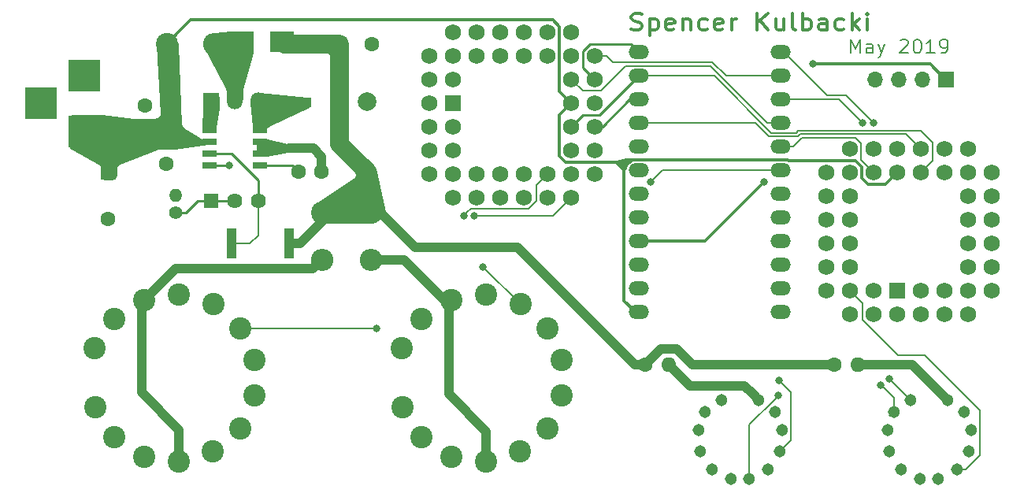
<source format=gtl>
G04 #@! TF.GenerationSoftware,KiCad,Pcbnew,(5.1.0)-1*
G04 #@! TF.CreationDate,2019-05-08T22:47:30-04:00*
G04 #@! TF.ProjectId,NixieClock,4e697869-6543-46c6-9f63-6b2e6b696361,rev?*
G04 #@! TF.SameCoordinates,Original*
G04 #@! TF.FileFunction,Copper,L1,Top*
G04 #@! TF.FilePolarity,Positive*
%FSLAX46Y46*%
G04 Gerber Fmt 4.6, Leading zero omitted, Abs format (unit mm)*
G04 Created by KiCad (PCBNEW (5.1.0)-1) date 2019-05-08 22:47:30*
%MOMM*%
%LPD*%
G04 APERTURE LIST*
%ADD10C,0.150000*%
%ADD11C,0.300000*%
%ADD12R,1.600000X1.600000*%
%ADD13C,1.600000*%
%ADD14R,3.500000X3.500000*%
%ADD15O,2.199640X1.501140*%
%ADD16R,1.750000X1.750000*%
%ADD17C,1.750000*%
%ADD18C,1.305560*%
%ADD19C,2.397760*%
%ADD20R,2.500000X2.300000*%
%ADD21R,1.000000X3.200000*%
%ADD22R,1.700000X1.700000*%
%ADD23O,1.700000X1.700000*%
%ADD24O,2.400000X2.400000*%
%ADD25C,2.400000*%
%ADD26O,1.600000X1.600000*%
%ADD27C,2.000000*%
%ADD28R,1.800000X1.800000*%
%ADD29O,1.800000X1.800000*%
%ADD30R,2.500000X1.000000*%
%ADD31C,1.400000*%
%ADD32O,1.400000X1.400000*%
%ADD33R,1.620000X1.620000*%
%ADD34C,1.620000*%
%ADD35R,1.525000X0.650000*%
%ADD36C,0.800000*%
%ADD37C,1.000000*%
%ADD38C,0.350000*%
%ADD39C,0.250000*%
%ADD40C,2.000000*%
%ADD41C,1.800000*%
%ADD42C,0.200000*%
%ADD43C,0.254000*%
G04 APERTURE END LIST*
D10*
X157952928Y-53955071D02*
X157952928Y-52455071D01*
X158452928Y-53526500D01*
X158952928Y-52455071D01*
X158952928Y-53955071D01*
X160310071Y-53955071D02*
X160310071Y-53169357D01*
X160238642Y-53026500D01*
X160095785Y-52955071D01*
X159810071Y-52955071D01*
X159667214Y-53026500D01*
X160310071Y-53883642D02*
X160167214Y-53955071D01*
X159810071Y-53955071D01*
X159667214Y-53883642D01*
X159595785Y-53740785D01*
X159595785Y-53597928D01*
X159667214Y-53455071D01*
X159810071Y-53383642D01*
X160167214Y-53383642D01*
X160310071Y-53312214D01*
X160881500Y-52955071D02*
X161238642Y-53955071D01*
X161595785Y-52955071D02*
X161238642Y-53955071D01*
X161095785Y-54312214D01*
X161024357Y-54383642D01*
X160881500Y-54455071D01*
X163238642Y-52597928D02*
X163310071Y-52526500D01*
X163452928Y-52455071D01*
X163810071Y-52455071D01*
X163952928Y-52526500D01*
X164024357Y-52597928D01*
X164095785Y-52740785D01*
X164095785Y-52883642D01*
X164024357Y-53097928D01*
X163167214Y-53955071D01*
X164095785Y-53955071D01*
X165024357Y-52455071D02*
X165167214Y-52455071D01*
X165310071Y-52526500D01*
X165381500Y-52597928D01*
X165452928Y-52740785D01*
X165524357Y-53026500D01*
X165524357Y-53383642D01*
X165452928Y-53669357D01*
X165381500Y-53812214D01*
X165310071Y-53883642D01*
X165167214Y-53955071D01*
X165024357Y-53955071D01*
X164881500Y-53883642D01*
X164810071Y-53812214D01*
X164738642Y-53669357D01*
X164667214Y-53383642D01*
X164667214Y-53026500D01*
X164738642Y-52740785D01*
X164810071Y-52597928D01*
X164881500Y-52526500D01*
X165024357Y-52455071D01*
X166952928Y-53955071D02*
X166095785Y-53955071D01*
X166524357Y-53955071D02*
X166524357Y-52455071D01*
X166381500Y-52669357D01*
X166238642Y-52812214D01*
X166095785Y-52883642D01*
X167667214Y-53955071D02*
X167952928Y-53955071D01*
X168095785Y-53883642D01*
X168167214Y-53812214D01*
X168310071Y-53597928D01*
X168381500Y-53312214D01*
X168381500Y-52740785D01*
X168310071Y-52597928D01*
X168238642Y-52526500D01*
X168095785Y-52455071D01*
X167810071Y-52455071D01*
X167667214Y-52526500D01*
X167595785Y-52597928D01*
X167524357Y-52740785D01*
X167524357Y-53097928D01*
X167595785Y-53240785D01*
X167667214Y-53312214D01*
X167810071Y-53383642D01*
X168095785Y-53383642D01*
X168238642Y-53312214D01*
X168310071Y-53240785D01*
X168381500Y-53097928D01*
D11*
X134351714Y-51401571D02*
X134637428Y-51487285D01*
X135113619Y-51487285D01*
X135304095Y-51401571D01*
X135399333Y-51315857D01*
X135494571Y-51144428D01*
X135494571Y-50973000D01*
X135399333Y-50801571D01*
X135304095Y-50715857D01*
X135113619Y-50630142D01*
X134732666Y-50544428D01*
X134542190Y-50458714D01*
X134446952Y-50373000D01*
X134351714Y-50201571D01*
X134351714Y-50030142D01*
X134446952Y-49858714D01*
X134542190Y-49773000D01*
X134732666Y-49687285D01*
X135208857Y-49687285D01*
X135494571Y-49773000D01*
X136351714Y-50287285D02*
X136351714Y-52087285D01*
X136351714Y-50373000D02*
X136542190Y-50287285D01*
X136923142Y-50287285D01*
X137113619Y-50373000D01*
X137208857Y-50458714D01*
X137304095Y-50630142D01*
X137304095Y-51144428D01*
X137208857Y-51315857D01*
X137113619Y-51401571D01*
X136923142Y-51487285D01*
X136542190Y-51487285D01*
X136351714Y-51401571D01*
X138923142Y-51401571D02*
X138732666Y-51487285D01*
X138351714Y-51487285D01*
X138161238Y-51401571D01*
X138066000Y-51230142D01*
X138066000Y-50544428D01*
X138161238Y-50373000D01*
X138351714Y-50287285D01*
X138732666Y-50287285D01*
X138923142Y-50373000D01*
X139018380Y-50544428D01*
X139018380Y-50715857D01*
X138066000Y-50887285D01*
X139875523Y-50287285D02*
X139875523Y-51487285D01*
X139875523Y-50458714D02*
X139970761Y-50373000D01*
X140161238Y-50287285D01*
X140446952Y-50287285D01*
X140637428Y-50373000D01*
X140732666Y-50544428D01*
X140732666Y-51487285D01*
X142542190Y-51401571D02*
X142351714Y-51487285D01*
X141970761Y-51487285D01*
X141780285Y-51401571D01*
X141685047Y-51315857D01*
X141589809Y-51144428D01*
X141589809Y-50630142D01*
X141685047Y-50458714D01*
X141780285Y-50373000D01*
X141970761Y-50287285D01*
X142351714Y-50287285D01*
X142542190Y-50373000D01*
X144161238Y-51401571D02*
X143970761Y-51487285D01*
X143589809Y-51487285D01*
X143399333Y-51401571D01*
X143304095Y-51230142D01*
X143304095Y-50544428D01*
X143399333Y-50373000D01*
X143589809Y-50287285D01*
X143970761Y-50287285D01*
X144161238Y-50373000D01*
X144256476Y-50544428D01*
X144256476Y-50715857D01*
X143304095Y-50887285D01*
X145113619Y-51487285D02*
X145113619Y-50287285D01*
X145113619Y-50630142D02*
X145208857Y-50458714D01*
X145304095Y-50373000D01*
X145494571Y-50287285D01*
X145685047Y-50287285D01*
X147875523Y-51487285D02*
X147875523Y-49687285D01*
X149018380Y-51487285D02*
X148161238Y-50458714D01*
X149018380Y-49687285D02*
X147875523Y-50715857D01*
X150732666Y-50287285D02*
X150732666Y-51487285D01*
X149875523Y-50287285D02*
X149875523Y-51230142D01*
X149970761Y-51401571D01*
X150161238Y-51487285D01*
X150446952Y-51487285D01*
X150637428Y-51401571D01*
X150732666Y-51315857D01*
X151970761Y-51487285D02*
X151780285Y-51401571D01*
X151685047Y-51230142D01*
X151685047Y-49687285D01*
X152732666Y-51487285D02*
X152732666Y-49687285D01*
X152732666Y-50373000D02*
X152923142Y-50287285D01*
X153304095Y-50287285D01*
X153494571Y-50373000D01*
X153589809Y-50458714D01*
X153685047Y-50630142D01*
X153685047Y-51144428D01*
X153589809Y-51315857D01*
X153494571Y-51401571D01*
X153304095Y-51487285D01*
X152923142Y-51487285D01*
X152732666Y-51401571D01*
X155399333Y-51487285D02*
X155399333Y-50544428D01*
X155304095Y-50373000D01*
X155113619Y-50287285D01*
X154732666Y-50287285D01*
X154542190Y-50373000D01*
X155399333Y-51401571D02*
X155208857Y-51487285D01*
X154732666Y-51487285D01*
X154542190Y-51401571D01*
X154446952Y-51230142D01*
X154446952Y-51058714D01*
X154542190Y-50887285D01*
X154732666Y-50801571D01*
X155208857Y-50801571D01*
X155399333Y-50715857D01*
X157208857Y-51401571D02*
X157018380Y-51487285D01*
X156637428Y-51487285D01*
X156446952Y-51401571D01*
X156351714Y-51315857D01*
X156256476Y-51144428D01*
X156256476Y-50630142D01*
X156351714Y-50458714D01*
X156446952Y-50373000D01*
X156637428Y-50287285D01*
X157018380Y-50287285D01*
X157208857Y-50373000D01*
X158066000Y-51487285D02*
X158066000Y-49687285D01*
X158256476Y-50801571D02*
X158827904Y-51487285D01*
X158827904Y-50287285D02*
X158066000Y-50973000D01*
X159685047Y-51487285D02*
X159685047Y-50287285D01*
X159685047Y-49687285D02*
X159589809Y-49773000D01*
X159685047Y-49858714D01*
X159780285Y-49773000D01*
X159685047Y-49687285D01*
X159685047Y-49858714D01*
D12*
X78105000Y-66802000D03*
D13*
X78105000Y-71802000D03*
D14*
X70865000Y-59357000D03*
X75565000Y-56357000D03*
X75565000Y-62357000D03*
D15*
X150368000Y-81788000D03*
X150368000Y-79248000D03*
X150368000Y-76708000D03*
X150368000Y-74168000D03*
X150368000Y-71628000D03*
X150368000Y-69088000D03*
X150368000Y-66548000D03*
X150368000Y-64008000D03*
X150368000Y-61468000D03*
X150368000Y-58928000D03*
X150368000Y-56388000D03*
X150368000Y-53848000D03*
X135128000Y-53848000D03*
X135128000Y-56388000D03*
X135128000Y-58928000D03*
X135128000Y-61468000D03*
X135128000Y-64008000D03*
X135128000Y-66548000D03*
X135128000Y-69088000D03*
X135128000Y-71628000D03*
X135128000Y-74168000D03*
X135128000Y-76708000D03*
X135128000Y-79248000D03*
X135128000Y-81788000D03*
D16*
X162941000Y-79502000D03*
D17*
X165481000Y-79502000D03*
X168021000Y-79502000D03*
X160401000Y-79502000D03*
X157861000Y-79502000D03*
X155321000Y-79502000D03*
X165481000Y-82042000D03*
X168021000Y-82042000D03*
X170561000Y-82042000D03*
X162941000Y-82042000D03*
X160401000Y-82042000D03*
X157861000Y-82042000D03*
X170561000Y-79502000D03*
X170561000Y-76962000D03*
X170561000Y-74422000D03*
X170561000Y-71882000D03*
X170561000Y-69342000D03*
X173101000Y-79502000D03*
X173101000Y-76962000D03*
X173101000Y-74422000D03*
X173101000Y-71882000D03*
X173101000Y-69342000D03*
X173101000Y-66802000D03*
X170561000Y-66802000D03*
X168021000Y-66802000D03*
X165481000Y-66802000D03*
X162941000Y-66802000D03*
X160401000Y-66802000D03*
X157861000Y-66802000D03*
X170561000Y-64262000D03*
X168021000Y-64262000D03*
X165481000Y-64262000D03*
X162941000Y-64262000D03*
X160401000Y-64262000D03*
X157861000Y-64262000D03*
X157861000Y-69342000D03*
X157861000Y-71882000D03*
X157861000Y-74422000D03*
X157861000Y-76962000D03*
X157861000Y-82042000D03*
X155321000Y-66802000D03*
X155321000Y-69342000D03*
X155321000Y-71882000D03*
X155321000Y-74422000D03*
X155321000Y-76962000D03*
X155321000Y-79502000D03*
D16*
X115189000Y-59309000D03*
D17*
X115189000Y-61849000D03*
X115189000Y-64389000D03*
X115189000Y-56769000D03*
X115189000Y-54229000D03*
X115189000Y-51689000D03*
X112649000Y-61849000D03*
X112649000Y-64389000D03*
X112649000Y-66929000D03*
X112649000Y-59309000D03*
X112649000Y-56769000D03*
X112649000Y-54229000D03*
X115189000Y-66929000D03*
X117729000Y-66929000D03*
X120269000Y-66929000D03*
X122809000Y-66929000D03*
X125349000Y-66929000D03*
X115189000Y-69469000D03*
X117729000Y-69469000D03*
X120269000Y-69469000D03*
X122809000Y-69469000D03*
X125349000Y-69469000D03*
X127889000Y-69469000D03*
X127889000Y-66929000D03*
X127889000Y-64389000D03*
X127889000Y-61849000D03*
X127889000Y-59309000D03*
X127889000Y-56769000D03*
X127889000Y-54229000D03*
X130429000Y-66929000D03*
X130429000Y-64389000D03*
X130429000Y-61849000D03*
X130429000Y-59309000D03*
X130429000Y-56769000D03*
X130429000Y-54229000D03*
X125349000Y-54229000D03*
X122809000Y-54229000D03*
X120269000Y-54229000D03*
X117729000Y-54229000D03*
X112649000Y-54229000D03*
X127889000Y-51689000D03*
X125349000Y-51689000D03*
X122809000Y-51689000D03*
X120269000Y-51689000D03*
X117729000Y-51689000D03*
X115189000Y-51689000D03*
D18*
X169369740Y-98747580D03*
X170119040Y-92501720D03*
X164371020Y-91252040D03*
X162620960Y-92501720D03*
X161871660Y-94500700D03*
X162120580Y-96748600D03*
X163370260Y-98747580D03*
X165371780Y-99748340D03*
X167368220Y-99748340D03*
X170619420Y-96748600D03*
X170868340Y-94500700D03*
X168368980Y-91252040D03*
X148048980Y-91252040D03*
X150548340Y-94500700D03*
X150299420Y-96748600D03*
X147048220Y-99748340D03*
X145051780Y-99748340D03*
X143050260Y-98747580D03*
X141800580Y-96748600D03*
X141551660Y-94500700D03*
X142300960Y-92501720D03*
X144051020Y-91252040D03*
X149799040Y-92501720D03*
X149049740Y-98747580D03*
D19*
X111828580Y-82544920D03*
X118752620Y-79928720D03*
X122438160Y-80962500D03*
X126867920Y-90761820D03*
X111762540Y-95280480D03*
X115021360Y-97348040D03*
X122400060Y-96804480D03*
X125323600Y-94284800D03*
X125336300Y-83558380D03*
X109654340Y-85712300D03*
X118767860Y-97873820D03*
X114988340Y-80507840D03*
X109717840Y-92021660D03*
X126890780Y-86951820D03*
X93870780Y-86951820D03*
X76697840Y-92021660D03*
X81968340Y-80507840D03*
X85747860Y-97873820D03*
X76634340Y-85712300D03*
X92316300Y-83558380D03*
X92303600Y-94284800D03*
X89380060Y-96804480D03*
X82001360Y-97348040D03*
X78742540Y-95280480D03*
X93847920Y-90761820D03*
X89418160Y-80962500D03*
X85732620Y-79928720D03*
X78808580Y-82544920D03*
D13*
X98552000Y-66675000D03*
X101052000Y-66675000D03*
D20*
X96765000Y-52705000D03*
X92465000Y-52705000D03*
D21*
X97588000Y-74422000D03*
X91388000Y-74422000D03*
D22*
X168148000Y-56769000D03*
D23*
X165608000Y-56769000D03*
X163068000Y-56769000D03*
X160528000Y-56769000D03*
D24*
X89535000Y-52959000D03*
D25*
X84455000Y-52959000D03*
D12*
X84328000Y-63373000D03*
D13*
X84328000Y-65873000D03*
D26*
X158673800Y-87426800D03*
D13*
X156133800Y-87426800D03*
D26*
X138379200Y-87426800D03*
D13*
X135839200Y-87426800D03*
X82082000Y-59563000D03*
X84582000Y-59563000D03*
D12*
X102997000Y-52959000D03*
D13*
X106497000Y-52959000D03*
D27*
X105918000Y-66675000D03*
X105918000Y-59175000D03*
D28*
X89154000Y-59055000D03*
D29*
X91694000Y-59055000D03*
X94234000Y-59055000D03*
D30*
X98679000Y-59272000D03*
X98679000Y-64172000D03*
D31*
X85344000Y-71120000D03*
D32*
X85344000Y-69220000D03*
D33*
X89154000Y-69850000D03*
D34*
X91694000Y-69850000D03*
X94234000Y-69850000D03*
D35*
X94406000Y-62230000D03*
X94406000Y-63500000D03*
X94406000Y-64770000D03*
X94406000Y-66040000D03*
X88982000Y-66040000D03*
X88982000Y-64770000D03*
X88982000Y-63500000D03*
X88982000Y-62230000D03*
D25*
X106349800Y-71069200D03*
D24*
X106349800Y-76149200D03*
D25*
X101092000Y-71069200D03*
D24*
X101092000Y-76149200D03*
D36*
X136448800Y-67792600D03*
X91160600Y-66040000D03*
X148615400Y-67792602D03*
X153847800Y-55118000D03*
X106984689Y-83534447D03*
X117490358Y-71451934D03*
X118364000Y-76936600D03*
X116332000Y-71450200D03*
X150215600Y-89154000D03*
X150164796Y-90779600D03*
X162070878Y-88986498D03*
X161188398Y-89611200D03*
X160400998Y-61468000D03*
X159207200Y-61493400D03*
D37*
X100154728Y-64172000D02*
X98679000Y-64172000D01*
X101052000Y-66675000D02*
X101052000Y-65069272D01*
X101052000Y-65069272D02*
X100154728Y-64172000D01*
D38*
X134778750Y-81788000D02*
X135128000Y-81788000D01*
X133159500Y-66103500D02*
X133580532Y-66524532D01*
X133580532Y-66524532D02*
X133580532Y-80589782D01*
X133580532Y-80589782D02*
X134778750Y-81788000D01*
X85654999Y-51759001D02*
X84455000Y-52959000D01*
X87016628Y-50397372D02*
X85654999Y-51759001D01*
X125931773Y-50397372D02*
X87016628Y-50397372D01*
X126638999Y-52289001D02*
X126638999Y-51104598D01*
X126639850Y-52289852D02*
X126638999Y-52289001D01*
X126638999Y-54829001D02*
X126638999Y-53628999D01*
X126639850Y-53628148D02*
X126639850Y-52289852D01*
X126639850Y-54829852D02*
X126638999Y-54829001D01*
X126638999Y-51104598D02*
X125931773Y-50397372D01*
X126639850Y-58059850D02*
X126639850Y-57369852D01*
X126638999Y-53628999D02*
X126639850Y-53628148D01*
X126639850Y-57369852D02*
X126638999Y-57369001D01*
X127889000Y-59309000D02*
X126639850Y-58059850D01*
X126638999Y-57369001D02*
X126638999Y-56168999D01*
X126638999Y-56168999D02*
X126639850Y-56168148D01*
X126639850Y-56168148D02*
X126639850Y-54829852D01*
X132715000Y-65659000D02*
X133159500Y-66103500D01*
X127284609Y-65659000D02*
X132715000Y-65659000D01*
X126612079Y-64986470D02*
X127284609Y-65659000D01*
X127889000Y-59309000D02*
X126612079Y-60585921D01*
X126612079Y-60585921D02*
X126612079Y-64986470D01*
X133840580Y-65422420D02*
X133159500Y-66103500D01*
X151183480Y-65422420D02*
X133840580Y-65422420D01*
X151276437Y-65515377D02*
X151183480Y-65422420D01*
X161690999Y-68052001D02*
X159800999Y-68052001D01*
X162941000Y-66802000D02*
X161690999Y-68052001D01*
X159800999Y-68052001D02*
X159111001Y-67362003D01*
X159111001Y-67362003D02*
X159111001Y-66201999D01*
X159111001Y-66201999D02*
X158424379Y-65515377D01*
X158424379Y-65515377D02*
X151276437Y-65515377D01*
D39*
X97917000Y-66040000D02*
X98552000Y-66675000D01*
X94406000Y-66040000D02*
X97917000Y-66040000D01*
D40*
X102997000Y-63754000D02*
X105918000Y-66675000D01*
X97019000Y-52959000D02*
X96765000Y-52705000D01*
X102997000Y-52959000D02*
X97019000Y-52959000D01*
X102997000Y-52959000D02*
X102997000Y-56616600D01*
X102997000Y-56616600D02*
X102997000Y-63754000D01*
D41*
X102997000Y-54000400D02*
X102997000Y-56616600D01*
X101955600Y-52959000D02*
X102997000Y-54000400D01*
D37*
X136639199Y-86626801D02*
X135839200Y-87426800D01*
X156133800Y-87426800D02*
X140895202Y-87426800D01*
X140895202Y-87426800D02*
X139195201Y-85726799D01*
X139195201Y-85726799D02*
X137539201Y-85726799D01*
X137539201Y-85726799D02*
X136639199Y-86626801D01*
X134707830Y-87426800D02*
X135839200Y-87426800D01*
X122109430Y-74828400D02*
X134707830Y-87426800D01*
X111125000Y-74828400D02*
X122109430Y-74828400D01*
X106349800Y-71069200D02*
X107365800Y-71069200D01*
X107365800Y-71069200D02*
X111125000Y-74828400D01*
X101092000Y-72050002D02*
X101092000Y-71069200D01*
X97588000Y-74422000D02*
X98720002Y-74422000D01*
X98720002Y-74422000D02*
X101092000Y-72050002D01*
D41*
X89789000Y-52705000D02*
X89535000Y-52959000D01*
X89535000Y-52959000D02*
X89535000Y-53238400D01*
D39*
X94234000Y-68704488D02*
X94234000Y-69850000D01*
X94234000Y-67614800D02*
X94234000Y-68704488D01*
X88982000Y-64770000D02*
X91389200Y-64770000D01*
X91389200Y-64770000D02*
X94234000Y-67614800D01*
D42*
X93358000Y-74422000D02*
X92658000Y-74422000D01*
X94234000Y-73546000D02*
X93358000Y-74422000D01*
X94234000Y-69850000D02*
X94234000Y-73546000D01*
X92658000Y-74422000D02*
X91388000Y-74422000D01*
X150368000Y-66548000D02*
X137693400Y-66548000D01*
X136848799Y-67392601D02*
X136448800Y-67792600D01*
X137693400Y-66548000D02*
X136848799Y-67392601D01*
D39*
X88982000Y-66040000D02*
X91160600Y-66040000D01*
X98462000Y-59055000D02*
X98679000Y-58838000D01*
D38*
X135128000Y-74168000D02*
X135477250Y-74168000D01*
X135477250Y-74168000D02*
X142240002Y-74168000D01*
X148215401Y-68192601D02*
X148615400Y-67792602D01*
X142240002Y-74168000D02*
X148215401Y-68192601D01*
X154413485Y-55118000D02*
X153847800Y-55118000D01*
X166471600Y-55118000D02*
X154413485Y-55118000D01*
X168148000Y-56769000D02*
X168122600Y-56769000D01*
X168122600Y-56769000D02*
X166471600Y-55118000D01*
D42*
X92316300Y-83558380D02*
X106960756Y-83558380D01*
X106960756Y-83558380D02*
X106984689Y-83534447D01*
X125906066Y-71451934D02*
X117490358Y-71451934D01*
X127889000Y-69469000D02*
X125906066Y-71451934D01*
X118412260Y-76936600D02*
X118364000Y-76936600D01*
X122438160Y-80962500D02*
X118412260Y-76936600D01*
X124173999Y-68104001D02*
X124173999Y-69843003D01*
X125349000Y-66929000D02*
X124173999Y-68104001D01*
X117094000Y-70688200D02*
X116731999Y-71050201D01*
X123328802Y-70688200D02*
X117094000Y-70688200D01*
X116731999Y-71050201D02*
X116332000Y-71450200D01*
X124173999Y-69843003D02*
X123328802Y-70688200D01*
D37*
X147396201Y-90599261D02*
X148048980Y-91252040D01*
X138379200Y-87426800D02*
X140651659Y-89699259D01*
X140651659Y-89699259D02*
X146496199Y-89699259D01*
X146496199Y-89699259D02*
X147396201Y-90599261D01*
D42*
X150952199Y-96095821D02*
X150299420Y-96748600D01*
X151501121Y-95546899D02*
X150952199Y-96095821D01*
X151501121Y-90439521D02*
X151501121Y-95546899D01*
X150215600Y-89154000D02*
X151501121Y-90439521D01*
X147048220Y-93896178D02*
X149764797Y-91179599D01*
X149764797Y-91179599D02*
X150164796Y-90779600D01*
X147048220Y-99748340D02*
X147048220Y-93896178D01*
X170292910Y-98747580D02*
X169369740Y-98747580D01*
X171821121Y-97219369D02*
X170292910Y-98747580D01*
X159225999Y-80866999D02*
X159225999Y-82606001D01*
X157861000Y-79502000D02*
X159225999Y-80866999D01*
X159225999Y-82606001D02*
X163046788Y-86426790D01*
X165881127Y-86426790D02*
X171821121Y-92366784D01*
X163046788Y-86426790D02*
X165881127Y-86426790D01*
X171821121Y-92366784D02*
X171821121Y-97219369D01*
X162105478Y-88986498D02*
X162070878Y-88986498D01*
X164371020Y-91252040D02*
X162105478Y-88986498D01*
D39*
X162120580Y-92828230D02*
X162135315Y-92813495D01*
D42*
X162620960Y-92501720D02*
X162620960Y-91043762D01*
X161588397Y-90011199D02*
X161188398Y-89611200D01*
X162620960Y-91043762D02*
X161588397Y-90011199D01*
D37*
X162325004Y-87426800D02*
X158673800Y-87426800D01*
X168368980Y-91252040D02*
X164543740Y-87426800D01*
X164543740Y-87426800D02*
X162325004Y-87426800D01*
D39*
X85344000Y-71120000D02*
X86487000Y-71120000D01*
X87757000Y-69850000D02*
X89154000Y-69850000D01*
X86487000Y-71120000D02*
X87757000Y-69850000D01*
X90548488Y-69850000D02*
X89154000Y-69850000D01*
X91694000Y-69850000D02*
X90548488Y-69850000D01*
D42*
X144526000Y-56388000D02*
X150368000Y-56388000D01*
X143058000Y-54920000D02*
X144526000Y-56388000D01*
X132357436Y-54920000D02*
X143058000Y-54920000D01*
X130429000Y-54229000D02*
X131666436Y-54229000D01*
X131666436Y-54229000D02*
X132357436Y-54920000D01*
D39*
X134293968Y-53013968D02*
X135128000Y-53848000D01*
X129868030Y-53013968D02*
X134293968Y-53013968D01*
X129158631Y-53723367D02*
X129868030Y-53013968D01*
X130429000Y-56769000D02*
X129158631Y-55498631D01*
X129158631Y-55498631D02*
X129158631Y-53723367D01*
X134142000Y-58928000D02*
X135128000Y-58928000D01*
X130429000Y-61849000D02*
X131221000Y-61849000D01*
X131221000Y-61849000D02*
X134142000Y-58928000D01*
D42*
X148971000Y-61468000D02*
X150368000Y-61468000D01*
X142840420Y-55337420D02*
X148971000Y-61468000D01*
X133752580Y-55337420D02*
X142840420Y-55337420D01*
X131078613Y-58011387D02*
X133752580Y-55337420D01*
X127889000Y-56769000D02*
X129131387Y-58011387D01*
X129131387Y-58011387D02*
X131078613Y-58011387D01*
D39*
X130937000Y-60579000D02*
X135128000Y-56388000D01*
X127889000Y-61849000D02*
X129159000Y-60579000D01*
X129159000Y-60579000D02*
X130937000Y-60579000D01*
D42*
X149386580Y-62518580D02*
X143256000Y-56388000D01*
X143256000Y-56388000D02*
X136427820Y-56388000D01*
X166725600Y-65557400D02*
X166725600Y-63544131D01*
X166725600Y-63544131D02*
X165462269Y-62280800D01*
X136427820Y-56388000D02*
X135128000Y-56388000D01*
X165462269Y-62280800D02*
X152298400Y-62280800D01*
X152298400Y-62280800D02*
X152060620Y-62518580D01*
X165481000Y-66802000D02*
X166725600Y-65557400D01*
X152060620Y-62518580D02*
X149386580Y-62518580D01*
X151765000Y-64008000D02*
X150368000Y-64008000D01*
X152686001Y-63086999D02*
X151765000Y-64008000D01*
X158425001Y-63086999D02*
X152686001Y-63086999D01*
X159036001Y-63697999D02*
X158425001Y-63086999D01*
X160401000Y-66802000D02*
X159036001Y-65437001D01*
X159036001Y-65437001D02*
X159036001Y-63697999D01*
X163899811Y-62680811D02*
X152482589Y-62680811D01*
X152482589Y-62680811D02*
X152244809Y-62918591D01*
X152244809Y-62918591D02*
X149151591Y-62918591D01*
X149151591Y-62918591D02*
X147701000Y-61468000D01*
X136427820Y-61468000D02*
X135128000Y-61468000D01*
X147701000Y-61468000D02*
X136427820Y-61468000D01*
X165481000Y-64262000D02*
X163899811Y-62680811D01*
X160000999Y-61068001D02*
X160400998Y-61468000D01*
X157429198Y-58496200D02*
X160000999Y-61068001D01*
X155365450Y-58496200D02*
X157429198Y-58496200D01*
X150368000Y-53848000D02*
X150717250Y-53848000D01*
X150717250Y-53848000D02*
X155365450Y-58496200D01*
X156641800Y-58928000D02*
X150368000Y-58928000D01*
X159207200Y-61493400D02*
X156641800Y-58928000D01*
D37*
X81968340Y-80507840D02*
X81690639Y-80785541D01*
X81690639Y-90377439D02*
X85747860Y-94434660D01*
X81690639Y-80785541D02*
X81690639Y-90377439D01*
X85747860Y-94434660D02*
X85747860Y-97873820D01*
X101092000Y-76149200D02*
X100146001Y-77095199D01*
X85380981Y-77095199D02*
X81968340Y-80507840D01*
X100146001Y-77095199D02*
X85380981Y-77095199D01*
X114988340Y-80507840D02*
X114710639Y-80785541D01*
X114710639Y-90606039D02*
X118767860Y-94663260D01*
X114710639Y-80785541D02*
X114710639Y-90606039D01*
X118767860Y-94663260D02*
X118767860Y-97873820D01*
X114988340Y-80507840D02*
X114435184Y-80507840D01*
X114261511Y-80507840D02*
X114988340Y-80507840D01*
X106349800Y-76149200D02*
X109902871Y-76149200D01*
X109902871Y-76149200D02*
X114261511Y-80507840D01*
D43*
G36*
X84612602Y-52086862D02*
G01*
X84710633Y-52151639D01*
X85413258Y-52780303D01*
X85482987Y-52861793D01*
X85525170Y-52951032D01*
X85543878Y-53056635D01*
X85904354Y-61587899D01*
X85906915Y-61608461D01*
X85940107Y-61767648D01*
X85947553Y-61791405D01*
X85955000Y-61806173D01*
X86037519Y-61946291D01*
X86052195Y-61966402D01*
X86063988Y-61977999D01*
X86187106Y-62084227D01*
X86203846Y-62096438D01*
X88149998Y-63285753D01*
X88164451Y-63293355D01*
X88281617Y-63345661D01*
X88312834Y-63355018D01*
X88439454Y-63375784D01*
X88455705Y-63377385D01*
X88807416Y-63389308D01*
X88869198Y-63403513D01*
X88910939Y-63432701D01*
X88938695Y-63475405D01*
X88948464Y-63525632D01*
X88938596Y-63577349D01*
X88910253Y-63621995D01*
X88867457Y-63653072D01*
X88804392Y-63669240D01*
X88277366Y-63702179D01*
X88272223Y-63702606D01*
X88231817Y-63706785D01*
X88226697Y-63707420D01*
X85302442Y-64130504D01*
X85239960Y-64135000D01*
X83723301Y-64135000D01*
X83699884Y-64137178D01*
X83518660Y-64171176D01*
X83496046Y-64177633D01*
X79330246Y-65797666D01*
X79313076Y-65805873D01*
X79183466Y-65880234D01*
X79163190Y-65894681D01*
X79153737Y-65903830D01*
X79051889Y-66013170D01*
X79036787Y-66032963D01*
X79030460Y-66044495D01*
X78965469Y-66179048D01*
X78956891Y-66202420D01*
X78954254Y-66215308D01*
X78931926Y-66363057D01*
X78930500Y-66382034D01*
X78930500Y-67055672D01*
X78916731Y-67160257D01*
X78879577Y-67249955D01*
X78820476Y-67326976D01*
X78743455Y-67386077D01*
X78653757Y-67423231D01*
X78549172Y-67437000D01*
X77787828Y-67437000D01*
X77683243Y-67423231D01*
X77593545Y-67386077D01*
X77516524Y-67326976D01*
X77457423Y-67249955D01*
X77420269Y-67160257D01*
X77406500Y-67055672D01*
X77406500Y-66334202D01*
X77405379Y-66317366D01*
X77387804Y-66185965D01*
X77378955Y-66153475D01*
X77327465Y-66031312D01*
X77310389Y-66002291D01*
X77228605Y-65897953D01*
X77204501Y-65874438D01*
X77098171Y-65795261D01*
X77083998Y-65786105D01*
X74176748Y-64170966D01*
X74090823Y-64106983D01*
X74029998Y-64029383D01*
X73991702Y-63938524D01*
X73977500Y-63832343D01*
X73977500Y-61087328D01*
X73991269Y-60982743D01*
X74028423Y-60893045D01*
X74087524Y-60816024D01*
X74164545Y-60756923D01*
X74254243Y-60719769D01*
X74358828Y-60706000D01*
X77375287Y-60706000D01*
X77423501Y-60708670D01*
X80793952Y-61083165D01*
X80800954Y-61083748D01*
X80856170Y-61086806D01*
X80863193Y-61087000D01*
X83224274Y-61087000D01*
X83241505Y-61085826D01*
X83375932Y-61067417D01*
X83409127Y-61058151D01*
X83533655Y-61004278D01*
X83563136Y-60986429D01*
X83668595Y-60901060D01*
X83692192Y-60875942D01*
X83770816Y-60765363D01*
X83786791Y-60734827D01*
X83832791Y-60607181D01*
X83839967Y-60573474D01*
X83849956Y-60438161D01*
X83850054Y-60420889D01*
X83390980Y-53075712D01*
X83401642Y-52955046D01*
X83443936Y-52851932D01*
X83521081Y-52758526D01*
X84199367Y-52151639D01*
X84297398Y-52086862D01*
X84400942Y-52055742D01*
X84509058Y-52055742D01*
X84612602Y-52086862D01*
X84612602Y-52086862D01*
G37*
X84612602Y-52086862D02*
X84710633Y-52151639D01*
X85413258Y-52780303D01*
X85482987Y-52861793D01*
X85525170Y-52951032D01*
X85543878Y-53056635D01*
X85904354Y-61587899D01*
X85906915Y-61608461D01*
X85940107Y-61767648D01*
X85947553Y-61791405D01*
X85955000Y-61806173D01*
X86037519Y-61946291D01*
X86052195Y-61966402D01*
X86063988Y-61977999D01*
X86187106Y-62084227D01*
X86203846Y-62096438D01*
X88149998Y-63285753D01*
X88164451Y-63293355D01*
X88281617Y-63345661D01*
X88312834Y-63355018D01*
X88439454Y-63375784D01*
X88455705Y-63377385D01*
X88807416Y-63389308D01*
X88869198Y-63403513D01*
X88910939Y-63432701D01*
X88938695Y-63475405D01*
X88948464Y-63525632D01*
X88938596Y-63577349D01*
X88910253Y-63621995D01*
X88867457Y-63653072D01*
X88804392Y-63669240D01*
X88277366Y-63702179D01*
X88272223Y-63702606D01*
X88231817Y-63706785D01*
X88226697Y-63707420D01*
X85302442Y-64130504D01*
X85239960Y-64135000D01*
X83723301Y-64135000D01*
X83699884Y-64137178D01*
X83518660Y-64171176D01*
X83496046Y-64177633D01*
X79330246Y-65797666D01*
X79313076Y-65805873D01*
X79183466Y-65880234D01*
X79163190Y-65894681D01*
X79153737Y-65903830D01*
X79051889Y-66013170D01*
X79036787Y-66032963D01*
X79030460Y-66044495D01*
X78965469Y-66179048D01*
X78956891Y-66202420D01*
X78954254Y-66215308D01*
X78931926Y-66363057D01*
X78930500Y-66382034D01*
X78930500Y-67055672D01*
X78916731Y-67160257D01*
X78879577Y-67249955D01*
X78820476Y-67326976D01*
X78743455Y-67386077D01*
X78653757Y-67423231D01*
X78549172Y-67437000D01*
X77787828Y-67437000D01*
X77683243Y-67423231D01*
X77593545Y-67386077D01*
X77516524Y-67326976D01*
X77457423Y-67249955D01*
X77420269Y-67160257D01*
X77406500Y-67055672D01*
X77406500Y-66334202D01*
X77405379Y-66317366D01*
X77387804Y-66185965D01*
X77378955Y-66153475D01*
X77327465Y-66031312D01*
X77310389Y-66002291D01*
X77228605Y-65897953D01*
X77204501Y-65874438D01*
X77098171Y-65795261D01*
X77083998Y-65786105D01*
X74176748Y-64170966D01*
X74090823Y-64106983D01*
X74029998Y-64029383D01*
X73991702Y-63938524D01*
X73977500Y-63832343D01*
X73977500Y-61087328D01*
X73991269Y-60982743D01*
X74028423Y-60893045D01*
X74087524Y-60816024D01*
X74164545Y-60756923D01*
X74254243Y-60719769D01*
X74358828Y-60706000D01*
X77375287Y-60706000D01*
X77423501Y-60708670D01*
X80793952Y-61083165D01*
X80800954Y-61083748D01*
X80856170Y-61086806D01*
X80863193Y-61087000D01*
X83224274Y-61087000D01*
X83241505Y-61085826D01*
X83375932Y-61067417D01*
X83409127Y-61058151D01*
X83533655Y-61004278D01*
X83563136Y-60986429D01*
X83668595Y-60901060D01*
X83692192Y-60875942D01*
X83770816Y-60765363D01*
X83786791Y-60734827D01*
X83832791Y-60607181D01*
X83839967Y-60573474D01*
X83849956Y-60438161D01*
X83850054Y-60420889D01*
X83390980Y-53075712D01*
X83401642Y-52955046D01*
X83443936Y-52851932D01*
X83521081Y-52758526D01*
X84199367Y-52151639D01*
X84297398Y-52086862D01*
X84400942Y-52055742D01*
X84509058Y-52055742D01*
X84612602Y-52086862D01*
G36*
X89639257Y-58306769D02*
G01*
X89728955Y-58343923D01*
X89805976Y-58403024D01*
X89865077Y-58480045D01*
X89902231Y-58569743D01*
X89916000Y-58674328D01*
X89916000Y-59900635D01*
X89910860Y-59967427D01*
X89618584Y-61855040D01*
X89617462Y-61864728D01*
X89611574Y-61941235D01*
X89611200Y-61950980D01*
X89611200Y-62211140D01*
X89594883Y-62293170D01*
X89555504Y-62352104D01*
X89496570Y-62391483D01*
X89414540Y-62407800D01*
X88563260Y-62407800D01*
X88481230Y-62391483D01*
X88422296Y-62352104D01*
X88382917Y-62293170D01*
X88366600Y-62211140D01*
X88366600Y-61916092D01*
X88366636Y-61910490D01*
X88391947Y-59948864D01*
X88391955Y-59948052D01*
X88391997Y-59941601D01*
X88392000Y-59940774D01*
X88392000Y-58674328D01*
X88405769Y-58569743D01*
X88442923Y-58480045D01*
X88502024Y-58403024D01*
X88579045Y-58343923D01*
X88668743Y-58306769D01*
X88773328Y-58293000D01*
X89534672Y-58293000D01*
X89639257Y-58306769D01*
X89639257Y-58306769D01*
G37*
X89639257Y-58306769D02*
X89728955Y-58343923D01*
X89805976Y-58403024D01*
X89865077Y-58480045D01*
X89902231Y-58569743D01*
X89916000Y-58674328D01*
X89916000Y-59900635D01*
X89910860Y-59967427D01*
X89618584Y-61855040D01*
X89617462Y-61864728D01*
X89611574Y-61941235D01*
X89611200Y-61950980D01*
X89611200Y-62211140D01*
X89594883Y-62293170D01*
X89555504Y-62352104D01*
X89496570Y-62391483D01*
X89414540Y-62407800D01*
X88563260Y-62407800D01*
X88481230Y-62391483D01*
X88422296Y-62352104D01*
X88382917Y-62293170D01*
X88366600Y-62211140D01*
X88366600Y-61916092D01*
X88366636Y-61910490D01*
X88391947Y-59948864D01*
X88391955Y-59948052D01*
X88391997Y-59941601D01*
X88392000Y-59940774D01*
X88392000Y-58674328D01*
X88405769Y-58569743D01*
X88442923Y-58480045D01*
X88502024Y-58403024D01*
X88579045Y-58343923D01*
X88668743Y-58306769D01*
X88773328Y-58293000D01*
X89534672Y-58293000D01*
X89639257Y-58306769D01*
G36*
X99428856Y-58852821D02*
G01*
X99542895Y-58882374D01*
X99635511Y-58938686D01*
X99707942Y-59019330D01*
X99754020Y-59117440D01*
X99771200Y-59233985D01*
X99771200Y-59411346D01*
X99754914Y-59524887D01*
X99711161Y-59620946D01*
X99642167Y-59700835D01*
X99545820Y-59763070D01*
X95372255Y-61682464D01*
X95356410Y-61691167D01*
X95242947Y-61764458D01*
X95215738Y-61788130D01*
X95127451Y-61890360D01*
X95107993Y-61920725D01*
X95052003Y-62043650D01*
X95041866Y-62078261D01*
X95023175Y-62208567D01*
X95005566Y-62297090D01*
X94967564Y-62353964D01*
X94910690Y-62391966D01*
X94831089Y-62407800D01*
X93967111Y-62407800D01*
X93887510Y-62391966D01*
X93830636Y-62353964D01*
X93792634Y-62297090D01*
X93776800Y-62217489D01*
X93776800Y-61951674D01*
X93776622Y-61944958D01*
X93773826Y-61892158D01*
X93773294Y-61885463D01*
X93497507Y-59288468D01*
X93502614Y-59169043D01*
X93539269Y-59065354D01*
X93610354Y-58969252D01*
X94147938Y-58431668D01*
X94244202Y-58360498D01*
X94348081Y-58323858D01*
X94467695Y-58318884D01*
X99428856Y-58852821D01*
X99428856Y-58852821D01*
G37*
X99428856Y-58852821D02*
X99542895Y-58882374D01*
X99635511Y-58938686D01*
X99707942Y-59019330D01*
X99754020Y-59117440D01*
X99771200Y-59233985D01*
X99771200Y-59411346D01*
X99754914Y-59524887D01*
X99711161Y-59620946D01*
X99642167Y-59700835D01*
X99545820Y-59763070D01*
X95372255Y-61682464D01*
X95356410Y-61691167D01*
X95242947Y-61764458D01*
X95215738Y-61788130D01*
X95127451Y-61890360D01*
X95107993Y-61920725D01*
X95052003Y-62043650D01*
X95041866Y-62078261D01*
X95023175Y-62208567D01*
X95005566Y-62297090D01*
X94967564Y-62353964D01*
X94910690Y-62391966D01*
X94831089Y-62407800D01*
X93967111Y-62407800D01*
X93887510Y-62391966D01*
X93830636Y-62353964D01*
X93792634Y-62297090D01*
X93776800Y-62217489D01*
X93776800Y-61951674D01*
X93776622Y-61944958D01*
X93773826Y-61892158D01*
X93773294Y-61885463D01*
X93497507Y-59288468D01*
X93502614Y-59169043D01*
X93539269Y-59065354D01*
X93610354Y-58969252D01*
X94147938Y-58431668D01*
X94244202Y-58360498D01*
X94348081Y-58323858D01*
X94467695Y-58318884D01*
X99428856Y-58852821D01*
G36*
X93296857Y-51702769D02*
G01*
X93386555Y-51739923D01*
X93463576Y-51799024D01*
X93522677Y-51876045D01*
X93559831Y-51965743D01*
X93573600Y-52070328D01*
X93573600Y-53771973D01*
X93557987Y-53887632D01*
X92478443Y-57813244D01*
X92475039Y-57829929D01*
X92457142Y-57962507D01*
X92456000Y-57979497D01*
X92456000Y-58860558D01*
X92441723Y-58967016D01*
X92403232Y-59058069D01*
X92336818Y-59142491D01*
X91966091Y-59502626D01*
X91863872Y-59574874D01*
X91754003Y-59609345D01*
X91638852Y-59608510D01*
X91529497Y-59572453D01*
X91428335Y-59498729D01*
X91047134Y-59117528D01*
X90982922Y-59033845D01*
X90945769Y-58944150D01*
X90932000Y-58839565D01*
X90932000Y-58035849D01*
X90931065Y-58020468D01*
X90916398Y-57900252D01*
X90909002Y-57870393D01*
X90865861Y-57757230D01*
X90859509Y-57743192D01*
X88595308Y-53453126D01*
X88552245Y-53318483D01*
X88558265Y-53177252D01*
X88715513Y-52469634D01*
X88759009Y-52357047D01*
X88827851Y-52269912D01*
X88927316Y-52201549D01*
X89505758Y-51920592D01*
X89643797Y-51879942D01*
X91192904Y-51692171D01*
X91245422Y-51689000D01*
X93192272Y-51689000D01*
X93296857Y-51702769D01*
X93296857Y-51702769D01*
G37*
X93296857Y-51702769D02*
X93386555Y-51739923D01*
X93463576Y-51799024D01*
X93522677Y-51876045D01*
X93559831Y-51965743D01*
X93573600Y-52070328D01*
X93573600Y-53771973D01*
X93557987Y-53887632D01*
X92478443Y-57813244D01*
X92475039Y-57829929D01*
X92457142Y-57962507D01*
X92456000Y-57979497D01*
X92456000Y-58860558D01*
X92441723Y-58967016D01*
X92403232Y-59058069D01*
X92336818Y-59142491D01*
X91966091Y-59502626D01*
X91863872Y-59574874D01*
X91754003Y-59609345D01*
X91638852Y-59608510D01*
X91529497Y-59572453D01*
X91428335Y-59498729D01*
X91047134Y-59117528D01*
X90982922Y-59033845D01*
X90945769Y-58944150D01*
X90932000Y-58839565D01*
X90932000Y-58035849D01*
X90931065Y-58020468D01*
X90916398Y-57900252D01*
X90909002Y-57870393D01*
X90865861Y-57757230D01*
X90859509Y-57743192D01*
X88595308Y-53453126D01*
X88552245Y-53318483D01*
X88558265Y-53177252D01*
X88715513Y-52469634D01*
X88759009Y-52357047D01*
X88827851Y-52269912D01*
X88927316Y-52201549D01*
X89505758Y-51920592D01*
X89643797Y-51879942D01*
X91192904Y-51692171D01*
X91245422Y-51689000D01*
X93192272Y-51689000D01*
X93296857Y-51702769D01*
G36*
X95205111Y-63331609D02*
G01*
X97382490Y-63791278D01*
X97395535Y-63793330D01*
X97498814Y-63804113D01*
X97512002Y-63804800D01*
X98465808Y-63804800D01*
X98585196Y-63823709D01*
X98683885Y-63873994D01*
X98762206Y-63952315D01*
X98812491Y-64051004D01*
X98829817Y-64160400D01*
X98812491Y-64269796D01*
X98762206Y-64368485D01*
X98683885Y-64446806D01*
X98585196Y-64497091D01*
X98465808Y-64516000D01*
X97506103Y-64516000D01*
X97494392Y-64516541D01*
X97402574Y-64525044D01*
X97390963Y-64526663D01*
X95176365Y-64940379D01*
X95096228Y-64947800D01*
X94539128Y-64947800D01*
X94434543Y-64934031D01*
X94344845Y-64896877D01*
X94267824Y-64837776D01*
X94208723Y-64760755D01*
X94171569Y-64671057D01*
X94157800Y-64566472D01*
X94157800Y-63703528D01*
X94171569Y-63598943D01*
X94208723Y-63509245D01*
X94267824Y-63432224D01*
X94344845Y-63373123D01*
X94434543Y-63335969D01*
X94539128Y-63322200D01*
X95114990Y-63322200D01*
X95205111Y-63331609D01*
X95205111Y-63331609D01*
G37*
X95205111Y-63331609D02*
X97382490Y-63791278D01*
X97395535Y-63793330D01*
X97498814Y-63804113D01*
X97512002Y-63804800D01*
X98465808Y-63804800D01*
X98585196Y-63823709D01*
X98683885Y-63873994D01*
X98762206Y-63952315D01*
X98812491Y-64051004D01*
X98829817Y-64160400D01*
X98812491Y-64269796D01*
X98762206Y-64368485D01*
X98683885Y-64446806D01*
X98585196Y-64497091D01*
X98465808Y-64516000D01*
X97506103Y-64516000D01*
X97494392Y-64516541D01*
X97402574Y-64525044D01*
X97390963Y-64526663D01*
X95176365Y-64940379D01*
X95096228Y-64947800D01*
X94539128Y-64947800D01*
X94434543Y-64934031D01*
X94344845Y-64896877D01*
X94267824Y-64837776D01*
X94208723Y-64760755D01*
X94171569Y-64671057D01*
X94157800Y-64566472D01*
X94157800Y-63703528D01*
X94171569Y-63598943D01*
X94208723Y-63509245D01*
X94267824Y-63432224D01*
X94344845Y-63373123D01*
X94434543Y-63335969D01*
X94539128Y-63322200D01*
X95114990Y-63322200D01*
X95205111Y-63331609D01*
G36*
X134368685Y-65496141D02*
G01*
X133909406Y-65836348D01*
X133890949Y-65853057D01*
X133876107Y-65873045D01*
X133867386Y-65890483D01*
X133647720Y-66429664D01*
X133131492Y-66072276D01*
X132745223Y-65612432D01*
X133832562Y-65382418D01*
X134368685Y-65496141D01*
X134368685Y-65496141D01*
G37*
X134368685Y-65496141D02*
X133909406Y-65836348D01*
X133890949Y-65853057D01*
X133876107Y-65873045D01*
X133867386Y-65890483D01*
X133647720Y-66429664D01*
X133131492Y-66072276D01*
X132745223Y-65612432D01*
X133832562Y-65382418D01*
X134368685Y-65496141D01*
G36*
X105749275Y-65364082D02*
G01*
X105847284Y-65398926D01*
X105939121Y-65464811D01*
X106654726Y-66148610D01*
X106726956Y-66241262D01*
X106769466Y-66350778D01*
X107840787Y-71046351D01*
X107850633Y-71151199D01*
X107834454Y-71246761D01*
X107794129Y-71334901D01*
X107732403Y-71409626D01*
X107646637Y-71470727D01*
X106483279Y-72088762D01*
X106391373Y-72124012D01*
X106293667Y-72136000D01*
X101152161Y-72136000D01*
X101035935Y-72118916D01*
X100938047Y-72073093D01*
X100857479Y-72001036D01*
X100796155Y-71900838D01*
X100285233Y-70703366D01*
X100255900Y-70594579D01*
X100257608Y-70490905D01*
X100287880Y-70391738D01*
X100344365Y-70304789D01*
X100429450Y-70230935D01*
X104534782Y-67570848D01*
X104549785Y-67559462D01*
X104659308Y-67462746D01*
X104676265Y-67444516D01*
X104683479Y-67433990D01*
X104759919Y-67309465D01*
X104770801Y-67287073D01*
X104774620Y-67274897D01*
X104811289Y-67133458D01*
X104815144Y-67108862D01*
X104815234Y-67096100D01*
X104808922Y-66950122D01*
X104805414Y-66925474D01*
X104801767Y-66913245D01*
X104753028Y-66775499D01*
X104742463Y-66752956D01*
X104735398Y-66742328D01*
X104648496Y-66624866D01*
X104636203Y-66610597D01*
X104619530Y-66593924D01*
X104550579Y-66501790D01*
X104513614Y-66402558D01*
X104506131Y-66296925D01*
X104528740Y-66193471D01*
X104579604Y-66100593D01*
X104661100Y-66019342D01*
X105444784Y-65434689D01*
X105543943Y-65380442D01*
X105645456Y-65357755D01*
X105749275Y-65364082D01*
X105749275Y-65364082D01*
G37*
X105749275Y-65364082D02*
X105847284Y-65398926D01*
X105939121Y-65464811D01*
X106654726Y-66148610D01*
X106726956Y-66241262D01*
X106769466Y-66350778D01*
X107840787Y-71046351D01*
X107850633Y-71151199D01*
X107834454Y-71246761D01*
X107794129Y-71334901D01*
X107732403Y-71409626D01*
X107646637Y-71470727D01*
X106483279Y-72088762D01*
X106391373Y-72124012D01*
X106293667Y-72136000D01*
X101152161Y-72136000D01*
X101035935Y-72118916D01*
X100938047Y-72073093D01*
X100857479Y-72001036D01*
X100796155Y-71900838D01*
X100285233Y-70703366D01*
X100255900Y-70594579D01*
X100257608Y-70490905D01*
X100287880Y-70391738D01*
X100344365Y-70304789D01*
X100429450Y-70230935D01*
X104534782Y-67570848D01*
X104549785Y-67559462D01*
X104659308Y-67462746D01*
X104676265Y-67444516D01*
X104683479Y-67433990D01*
X104759919Y-67309465D01*
X104770801Y-67287073D01*
X104774620Y-67274897D01*
X104811289Y-67133458D01*
X104815144Y-67108862D01*
X104815234Y-67096100D01*
X104808922Y-66950122D01*
X104805414Y-66925474D01*
X104801767Y-66913245D01*
X104753028Y-66775499D01*
X104742463Y-66752956D01*
X104735398Y-66742328D01*
X104648496Y-66624866D01*
X104636203Y-66610597D01*
X104619530Y-66593924D01*
X104550579Y-66501790D01*
X104513614Y-66402558D01*
X104506131Y-66296925D01*
X104528740Y-66193471D01*
X104579604Y-66100593D01*
X104661100Y-66019342D01*
X105444784Y-65434689D01*
X105543943Y-65380442D01*
X105645456Y-65357755D01*
X105749275Y-65364082D01*
M02*

</source>
